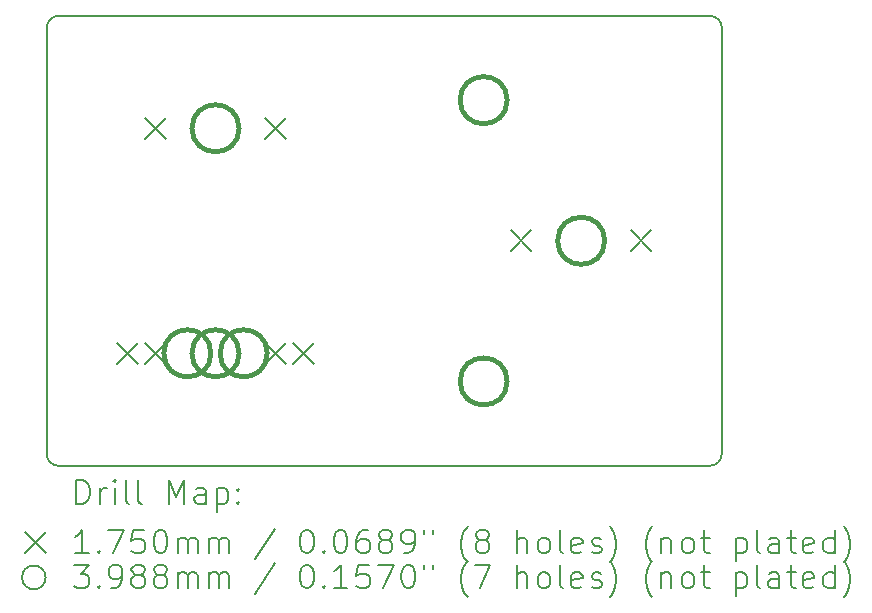
<source format=gbr>
%TF.GenerationSoftware,KiCad,Pcbnew,7.0.11*%
%TF.CreationDate,2024-05-21T13:22:28-04:00*%
%TF.ProjectId,ISOCHet,49534f43-4865-4742-9e6b-696361645f70,rev?*%
%TF.SameCoordinates,Original*%
%TF.FileFunction,Drillmap*%
%TF.FilePolarity,Positive*%
%FSLAX45Y45*%
G04 Gerber Fmt 4.5, Leading zero omitted, Abs format (unit mm)*
G04 Created by KiCad (PCBNEW 7.0.11) date 2024-05-21 13:22:28*
%MOMM*%
%LPD*%
G01*
G04 APERTURE LIST*
%ADD10C,0.200000*%
%ADD11C,0.175000*%
%ADD12C,0.398780*%
G04 APERTURE END LIST*
D10*
X13017500Y-7520000D02*
X13017500Y-3910000D01*
X13117500Y-3810000D02*
G75*
G03*
X13017500Y-3910000I0J-100000D01*
G01*
X13017500Y-7520000D02*
G75*
G03*
X13117500Y-7620000I100000J0D01*
G01*
X18732500Y-3910000D02*
X18732500Y-7520000D01*
X18632500Y-7620000D02*
X13117500Y-7620000D01*
X18632500Y-7620000D02*
G75*
G03*
X18732500Y-7520000I0J100000D01*
G01*
X13117500Y-3810000D02*
X18632500Y-3810000D01*
X18732500Y-3910000D02*
G75*
G03*
X18632500Y-3810000I-100000J0D01*
G01*
D11*
X13612625Y-6580000D02*
X13787625Y-6755000D01*
X13787625Y-6580000D02*
X13612625Y-6755000D01*
X13850750Y-4675000D02*
X14025750Y-4850000D01*
X14025750Y-4675000D02*
X13850750Y-4850000D01*
X13850750Y-6580000D02*
X14025750Y-6755000D01*
X14025750Y-6580000D02*
X13850750Y-6755000D01*
X14866750Y-4675000D02*
X15041750Y-4850000D01*
X15041750Y-4675000D02*
X14866750Y-4850000D01*
X14866750Y-6580000D02*
X15041750Y-6755000D01*
X15041750Y-6580000D02*
X14866750Y-6755000D01*
X15104875Y-6580000D02*
X15279875Y-6755000D01*
X15279875Y-6580000D02*
X15104875Y-6755000D01*
X16946375Y-5627500D02*
X17121375Y-5802500D01*
X17121375Y-5627500D02*
X16946375Y-5802500D01*
X17962375Y-5627500D02*
X18137375Y-5802500D01*
X18137375Y-5627500D02*
X17962375Y-5802500D01*
D12*
X14407515Y-6667500D02*
G75*
G03*
X14008735Y-6667500I-199390J0D01*
G01*
X14008735Y-6667500D02*
G75*
G03*
X14407515Y-6667500I199390J0D01*
G01*
X14645640Y-4762500D02*
G75*
G03*
X14246860Y-4762500I-199390J0D01*
G01*
X14246860Y-4762500D02*
G75*
G03*
X14645640Y-4762500I199390J0D01*
G01*
X14645640Y-6667500D02*
G75*
G03*
X14246860Y-6667500I-199390J0D01*
G01*
X14246860Y-6667500D02*
G75*
G03*
X14645640Y-6667500I199390J0D01*
G01*
X14883765Y-6667500D02*
G75*
G03*
X14484985Y-6667500I-199390J0D01*
G01*
X14484985Y-6667500D02*
G75*
G03*
X14883765Y-6667500I199390J0D01*
G01*
X16915765Y-4524375D02*
G75*
G03*
X16516985Y-4524375I-199390J0D01*
G01*
X16516985Y-4524375D02*
G75*
G03*
X16915765Y-4524375I199390J0D01*
G01*
X16915765Y-6905625D02*
G75*
G03*
X16516985Y-6905625I-199390J0D01*
G01*
X16516985Y-6905625D02*
G75*
G03*
X16915765Y-6905625I199390J0D01*
G01*
X17741265Y-5715000D02*
G75*
G03*
X17342485Y-5715000I-199390J0D01*
G01*
X17342485Y-5715000D02*
G75*
G03*
X17741265Y-5715000I199390J0D01*
G01*
D10*
X13268277Y-7941484D02*
X13268277Y-7741484D01*
X13268277Y-7741484D02*
X13315896Y-7741484D01*
X13315896Y-7741484D02*
X13344467Y-7751008D01*
X13344467Y-7751008D02*
X13363515Y-7770055D01*
X13363515Y-7770055D02*
X13373039Y-7789103D01*
X13373039Y-7789103D02*
X13382562Y-7827198D01*
X13382562Y-7827198D02*
X13382562Y-7855769D01*
X13382562Y-7855769D02*
X13373039Y-7893865D01*
X13373039Y-7893865D02*
X13363515Y-7912912D01*
X13363515Y-7912912D02*
X13344467Y-7931960D01*
X13344467Y-7931960D02*
X13315896Y-7941484D01*
X13315896Y-7941484D02*
X13268277Y-7941484D01*
X13468277Y-7941484D02*
X13468277Y-7808150D01*
X13468277Y-7846246D02*
X13477801Y-7827198D01*
X13477801Y-7827198D02*
X13487324Y-7817674D01*
X13487324Y-7817674D02*
X13506372Y-7808150D01*
X13506372Y-7808150D02*
X13525420Y-7808150D01*
X13592086Y-7941484D02*
X13592086Y-7808150D01*
X13592086Y-7741484D02*
X13582562Y-7751008D01*
X13582562Y-7751008D02*
X13592086Y-7760531D01*
X13592086Y-7760531D02*
X13601610Y-7751008D01*
X13601610Y-7751008D02*
X13592086Y-7741484D01*
X13592086Y-7741484D02*
X13592086Y-7760531D01*
X13715896Y-7941484D02*
X13696848Y-7931960D01*
X13696848Y-7931960D02*
X13687324Y-7912912D01*
X13687324Y-7912912D02*
X13687324Y-7741484D01*
X13820658Y-7941484D02*
X13801610Y-7931960D01*
X13801610Y-7931960D02*
X13792086Y-7912912D01*
X13792086Y-7912912D02*
X13792086Y-7741484D01*
X14049229Y-7941484D02*
X14049229Y-7741484D01*
X14049229Y-7741484D02*
X14115896Y-7884341D01*
X14115896Y-7884341D02*
X14182562Y-7741484D01*
X14182562Y-7741484D02*
X14182562Y-7941484D01*
X14363515Y-7941484D02*
X14363515Y-7836722D01*
X14363515Y-7836722D02*
X14353991Y-7817674D01*
X14353991Y-7817674D02*
X14334943Y-7808150D01*
X14334943Y-7808150D02*
X14296848Y-7808150D01*
X14296848Y-7808150D02*
X14277801Y-7817674D01*
X14363515Y-7931960D02*
X14344467Y-7941484D01*
X14344467Y-7941484D02*
X14296848Y-7941484D01*
X14296848Y-7941484D02*
X14277801Y-7931960D01*
X14277801Y-7931960D02*
X14268277Y-7912912D01*
X14268277Y-7912912D02*
X14268277Y-7893865D01*
X14268277Y-7893865D02*
X14277801Y-7874817D01*
X14277801Y-7874817D02*
X14296848Y-7865293D01*
X14296848Y-7865293D02*
X14344467Y-7865293D01*
X14344467Y-7865293D02*
X14363515Y-7855769D01*
X14458753Y-7808150D02*
X14458753Y-8008150D01*
X14458753Y-7817674D02*
X14477801Y-7808150D01*
X14477801Y-7808150D02*
X14515896Y-7808150D01*
X14515896Y-7808150D02*
X14534943Y-7817674D01*
X14534943Y-7817674D02*
X14544467Y-7827198D01*
X14544467Y-7827198D02*
X14553991Y-7846246D01*
X14553991Y-7846246D02*
X14553991Y-7903388D01*
X14553991Y-7903388D02*
X14544467Y-7922436D01*
X14544467Y-7922436D02*
X14534943Y-7931960D01*
X14534943Y-7931960D02*
X14515896Y-7941484D01*
X14515896Y-7941484D02*
X14477801Y-7941484D01*
X14477801Y-7941484D02*
X14458753Y-7931960D01*
X14639705Y-7922436D02*
X14649229Y-7931960D01*
X14649229Y-7931960D02*
X14639705Y-7941484D01*
X14639705Y-7941484D02*
X14630182Y-7931960D01*
X14630182Y-7931960D02*
X14639705Y-7922436D01*
X14639705Y-7922436D02*
X14639705Y-7941484D01*
X14639705Y-7817674D02*
X14649229Y-7827198D01*
X14649229Y-7827198D02*
X14639705Y-7836722D01*
X14639705Y-7836722D02*
X14630182Y-7827198D01*
X14630182Y-7827198D02*
X14639705Y-7817674D01*
X14639705Y-7817674D02*
X14639705Y-7836722D01*
D11*
X12832500Y-8182500D02*
X13007500Y-8357500D01*
X13007500Y-8182500D02*
X12832500Y-8357500D01*
D10*
X13373039Y-8361484D02*
X13258753Y-8361484D01*
X13315896Y-8361484D02*
X13315896Y-8161484D01*
X13315896Y-8161484D02*
X13296848Y-8190055D01*
X13296848Y-8190055D02*
X13277801Y-8209103D01*
X13277801Y-8209103D02*
X13258753Y-8218627D01*
X13458753Y-8342436D02*
X13468277Y-8351960D01*
X13468277Y-8351960D02*
X13458753Y-8361484D01*
X13458753Y-8361484D02*
X13449229Y-8351960D01*
X13449229Y-8351960D02*
X13458753Y-8342436D01*
X13458753Y-8342436D02*
X13458753Y-8361484D01*
X13534943Y-8161484D02*
X13668277Y-8161484D01*
X13668277Y-8161484D02*
X13582562Y-8361484D01*
X13839705Y-8161484D02*
X13744467Y-8161484D01*
X13744467Y-8161484D02*
X13734943Y-8256722D01*
X13734943Y-8256722D02*
X13744467Y-8247198D01*
X13744467Y-8247198D02*
X13763515Y-8237674D01*
X13763515Y-8237674D02*
X13811134Y-8237674D01*
X13811134Y-8237674D02*
X13830182Y-8247198D01*
X13830182Y-8247198D02*
X13839705Y-8256722D01*
X13839705Y-8256722D02*
X13849229Y-8275769D01*
X13849229Y-8275769D02*
X13849229Y-8323388D01*
X13849229Y-8323388D02*
X13839705Y-8342436D01*
X13839705Y-8342436D02*
X13830182Y-8351960D01*
X13830182Y-8351960D02*
X13811134Y-8361484D01*
X13811134Y-8361484D02*
X13763515Y-8361484D01*
X13763515Y-8361484D02*
X13744467Y-8351960D01*
X13744467Y-8351960D02*
X13734943Y-8342436D01*
X13973039Y-8161484D02*
X13992086Y-8161484D01*
X13992086Y-8161484D02*
X14011134Y-8171008D01*
X14011134Y-8171008D02*
X14020658Y-8180531D01*
X14020658Y-8180531D02*
X14030182Y-8199579D01*
X14030182Y-8199579D02*
X14039705Y-8237674D01*
X14039705Y-8237674D02*
X14039705Y-8285293D01*
X14039705Y-8285293D02*
X14030182Y-8323388D01*
X14030182Y-8323388D02*
X14020658Y-8342436D01*
X14020658Y-8342436D02*
X14011134Y-8351960D01*
X14011134Y-8351960D02*
X13992086Y-8361484D01*
X13992086Y-8361484D02*
X13973039Y-8361484D01*
X13973039Y-8361484D02*
X13953991Y-8351960D01*
X13953991Y-8351960D02*
X13944467Y-8342436D01*
X13944467Y-8342436D02*
X13934943Y-8323388D01*
X13934943Y-8323388D02*
X13925420Y-8285293D01*
X13925420Y-8285293D02*
X13925420Y-8237674D01*
X13925420Y-8237674D02*
X13934943Y-8199579D01*
X13934943Y-8199579D02*
X13944467Y-8180531D01*
X13944467Y-8180531D02*
X13953991Y-8171008D01*
X13953991Y-8171008D02*
X13973039Y-8161484D01*
X14125420Y-8361484D02*
X14125420Y-8228150D01*
X14125420Y-8247198D02*
X14134943Y-8237674D01*
X14134943Y-8237674D02*
X14153991Y-8228150D01*
X14153991Y-8228150D02*
X14182563Y-8228150D01*
X14182563Y-8228150D02*
X14201610Y-8237674D01*
X14201610Y-8237674D02*
X14211134Y-8256722D01*
X14211134Y-8256722D02*
X14211134Y-8361484D01*
X14211134Y-8256722D02*
X14220658Y-8237674D01*
X14220658Y-8237674D02*
X14239705Y-8228150D01*
X14239705Y-8228150D02*
X14268277Y-8228150D01*
X14268277Y-8228150D02*
X14287324Y-8237674D01*
X14287324Y-8237674D02*
X14296848Y-8256722D01*
X14296848Y-8256722D02*
X14296848Y-8361484D01*
X14392086Y-8361484D02*
X14392086Y-8228150D01*
X14392086Y-8247198D02*
X14401610Y-8237674D01*
X14401610Y-8237674D02*
X14420658Y-8228150D01*
X14420658Y-8228150D02*
X14449229Y-8228150D01*
X14449229Y-8228150D02*
X14468277Y-8237674D01*
X14468277Y-8237674D02*
X14477801Y-8256722D01*
X14477801Y-8256722D02*
X14477801Y-8361484D01*
X14477801Y-8256722D02*
X14487324Y-8237674D01*
X14487324Y-8237674D02*
X14506372Y-8228150D01*
X14506372Y-8228150D02*
X14534943Y-8228150D01*
X14534943Y-8228150D02*
X14553991Y-8237674D01*
X14553991Y-8237674D02*
X14563515Y-8256722D01*
X14563515Y-8256722D02*
X14563515Y-8361484D01*
X14953991Y-8151960D02*
X14782563Y-8409103D01*
X15211134Y-8161484D02*
X15230182Y-8161484D01*
X15230182Y-8161484D02*
X15249229Y-8171008D01*
X15249229Y-8171008D02*
X15258753Y-8180531D01*
X15258753Y-8180531D02*
X15268277Y-8199579D01*
X15268277Y-8199579D02*
X15277801Y-8237674D01*
X15277801Y-8237674D02*
X15277801Y-8285293D01*
X15277801Y-8285293D02*
X15268277Y-8323388D01*
X15268277Y-8323388D02*
X15258753Y-8342436D01*
X15258753Y-8342436D02*
X15249229Y-8351960D01*
X15249229Y-8351960D02*
X15230182Y-8361484D01*
X15230182Y-8361484D02*
X15211134Y-8361484D01*
X15211134Y-8361484D02*
X15192086Y-8351960D01*
X15192086Y-8351960D02*
X15182563Y-8342436D01*
X15182563Y-8342436D02*
X15173039Y-8323388D01*
X15173039Y-8323388D02*
X15163515Y-8285293D01*
X15163515Y-8285293D02*
X15163515Y-8237674D01*
X15163515Y-8237674D02*
X15173039Y-8199579D01*
X15173039Y-8199579D02*
X15182563Y-8180531D01*
X15182563Y-8180531D02*
X15192086Y-8171008D01*
X15192086Y-8171008D02*
X15211134Y-8161484D01*
X15363515Y-8342436D02*
X15373039Y-8351960D01*
X15373039Y-8351960D02*
X15363515Y-8361484D01*
X15363515Y-8361484D02*
X15353991Y-8351960D01*
X15353991Y-8351960D02*
X15363515Y-8342436D01*
X15363515Y-8342436D02*
X15363515Y-8361484D01*
X15496848Y-8161484D02*
X15515896Y-8161484D01*
X15515896Y-8161484D02*
X15534944Y-8171008D01*
X15534944Y-8171008D02*
X15544467Y-8180531D01*
X15544467Y-8180531D02*
X15553991Y-8199579D01*
X15553991Y-8199579D02*
X15563515Y-8237674D01*
X15563515Y-8237674D02*
X15563515Y-8285293D01*
X15563515Y-8285293D02*
X15553991Y-8323388D01*
X15553991Y-8323388D02*
X15544467Y-8342436D01*
X15544467Y-8342436D02*
X15534944Y-8351960D01*
X15534944Y-8351960D02*
X15515896Y-8361484D01*
X15515896Y-8361484D02*
X15496848Y-8361484D01*
X15496848Y-8361484D02*
X15477801Y-8351960D01*
X15477801Y-8351960D02*
X15468277Y-8342436D01*
X15468277Y-8342436D02*
X15458753Y-8323388D01*
X15458753Y-8323388D02*
X15449229Y-8285293D01*
X15449229Y-8285293D02*
X15449229Y-8237674D01*
X15449229Y-8237674D02*
X15458753Y-8199579D01*
X15458753Y-8199579D02*
X15468277Y-8180531D01*
X15468277Y-8180531D02*
X15477801Y-8171008D01*
X15477801Y-8171008D02*
X15496848Y-8161484D01*
X15734944Y-8161484D02*
X15696848Y-8161484D01*
X15696848Y-8161484D02*
X15677801Y-8171008D01*
X15677801Y-8171008D02*
X15668277Y-8180531D01*
X15668277Y-8180531D02*
X15649229Y-8209103D01*
X15649229Y-8209103D02*
X15639706Y-8247198D01*
X15639706Y-8247198D02*
X15639706Y-8323388D01*
X15639706Y-8323388D02*
X15649229Y-8342436D01*
X15649229Y-8342436D02*
X15658753Y-8351960D01*
X15658753Y-8351960D02*
X15677801Y-8361484D01*
X15677801Y-8361484D02*
X15715896Y-8361484D01*
X15715896Y-8361484D02*
X15734944Y-8351960D01*
X15734944Y-8351960D02*
X15744467Y-8342436D01*
X15744467Y-8342436D02*
X15753991Y-8323388D01*
X15753991Y-8323388D02*
X15753991Y-8275769D01*
X15753991Y-8275769D02*
X15744467Y-8256722D01*
X15744467Y-8256722D02*
X15734944Y-8247198D01*
X15734944Y-8247198D02*
X15715896Y-8237674D01*
X15715896Y-8237674D02*
X15677801Y-8237674D01*
X15677801Y-8237674D02*
X15658753Y-8247198D01*
X15658753Y-8247198D02*
X15649229Y-8256722D01*
X15649229Y-8256722D02*
X15639706Y-8275769D01*
X15868277Y-8247198D02*
X15849229Y-8237674D01*
X15849229Y-8237674D02*
X15839706Y-8228150D01*
X15839706Y-8228150D02*
X15830182Y-8209103D01*
X15830182Y-8209103D02*
X15830182Y-8199579D01*
X15830182Y-8199579D02*
X15839706Y-8180531D01*
X15839706Y-8180531D02*
X15849229Y-8171008D01*
X15849229Y-8171008D02*
X15868277Y-8161484D01*
X15868277Y-8161484D02*
X15906372Y-8161484D01*
X15906372Y-8161484D02*
X15925420Y-8171008D01*
X15925420Y-8171008D02*
X15934944Y-8180531D01*
X15934944Y-8180531D02*
X15944467Y-8199579D01*
X15944467Y-8199579D02*
X15944467Y-8209103D01*
X15944467Y-8209103D02*
X15934944Y-8228150D01*
X15934944Y-8228150D02*
X15925420Y-8237674D01*
X15925420Y-8237674D02*
X15906372Y-8247198D01*
X15906372Y-8247198D02*
X15868277Y-8247198D01*
X15868277Y-8247198D02*
X15849229Y-8256722D01*
X15849229Y-8256722D02*
X15839706Y-8266246D01*
X15839706Y-8266246D02*
X15830182Y-8285293D01*
X15830182Y-8285293D02*
X15830182Y-8323388D01*
X15830182Y-8323388D02*
X15839706Y-8342436D01*
X15839706Y-8342436D02*
X15849229Y-8351960D01*
X15849229Y-8351960D02*
X15868277Y-8361484D01*
X15868277Y-8361484D02*
X15906372Y-8361484D01*
X15906372Y-8361484D02*
X15925420Y-8351960D01*
X15925420Y-8351960D02*
X15934944Y-8342436D01*
X15934944Y-8342436D02*
X15944467Y-8323388D01*
X15944467Y-8323388D02*
X15944467Y-8285293D01*
X15944467Y-8285293D02*
X15934944Y-8266246D01*
X15934944Y-8266246D02*
X15925420Y-8256722D01*
X15925420Y-8256722D02*
X15906372Y-8247198D01*
X16039706Y-8361484D02*
X16077801Y-8361484D01*
X16077801Y-8361484D02*
X16096848Y-8351960D01*
X16096848Y-8351960D02*
X16106372Y-8342436D01*
X16106372Y-8342436D02*
X16125420Y-8313865D01*
X16125420Y-8313865D02*
X16134944Y-8275769D01*
X16134944Y-8275769D02*
X16134944Y-8199579D01*
X16134944Y-8199579D02*
X16125420Y-8180531D01*
X16125420Y-8180531D02*
X16115896Y-8171008D01*
X16115896Y-8171008D02*
X16096848Y-8161484D01*
X16096848Y-8161484D02*
X16058753Y-8161484D01*
X16058753Y-8161484D02*
X16039706Y-8171008D01*
X16039706Y-8171008D02*
X16030182Y-8180531D01*
X16030182Y-8180531D02*
X16020658Y-8199579D01*
X16020658Y-8199579D02*
X16020658Y-8247198D01*
X16020658Y-8247198D02*
X16030182Y-8266246D01*
X16030182Y-8266246D02*
X16039706Y-8275769D01*
X16039706Y-8275769D02*
X16058753Y-8285293D01*
X16058753Y-8285293D02*
X16096848Y-8285293D01*
X16096848Y-8285293D02*
X16115896Y-8275769D01*
X16115896Y-8275769D02*
X16125420Y-8266246D01*
X16125420Y-8266246D02*
X16134944Y-8247198D01*
X16211134Y-8161484D02*
X16211134Y-8199579D01*
X16287325Y-8161484D02*
X16287325Y-8199579D01*
X16582563Y-8437674D02*
X16573039Y-8428150D01*
X16573039Y-8428150D02*
X16553991Y-8399579D01*
X16553991Y-8399579D02*
X16544468Y-8380531D01*
X16544468Y-8380531D02*
X16534944Y-8351960D01*
X16534944Y-8351960D02*
X16525420Y-8304341D01*
X16525420Y-8304341D02*
X16525420Y-8266246D01*
X16525420Y-8266246D02*
X16534944Y-8218627D01*
X16534944Y-8218627D02*
X16544468Y-8190055D01*
X16544468Y-8190055D02*
X16553991Y-8171008D01*
X16553991Y-8171008D02*
X16573039Y-8142436D01*
X16573039Y-8142436D02*
X16582563Y-8132912D01*
X16687325Y-8247198D02*
X16668277Y-8237674D01*
X16668277Y-8237674D02*
X16658753Y-8228150D01*
X16658753Y-8228150D02*
X16649229Y-8209103D01*
X16649229Y-8209103D02*
X16649229Y-8199579D01*
X16649229Y-8199579D02*
X16658753Y-8180531D01*
X16658753Y-8180531D02*
X16668277Y-8171008D01*
X16668277Y-8171008D02*
X16687325Y-8161484D01*
X16687325Y-8161484D02*
X16725420Y-8161484D01*
X16725420Y-8161484D02*
X16744468Y-8171008D01*
X16744468Y-8171008D02*
X16753991Y-8180531D01*
X16753991Y-8180531D02*
X16763515Y-8199579D01*
X16763515Y-8199579D02*
X16763515Y-8209103D01*
X16763515Y-8209103D02*
X16753991Y-8228150D01*
X16753991Y-8228150D02*
X16744468Y-8237674D01*
X16744468Y-8237674D02*
X16725420Y-8247198D01*
X16725420Y-8247198D02*
X16687325Y-8247198D01*
X16687325Y-8247198D02*
X16668277Y-8256722D01*
X16668277Y-8256722D02*
X16658753Y-8266246D01*
X16658753Y-8266246D02*
X16649229Y-8285293D01*
X16649229Y-8285293D02*
X16649229Y-8323388D01*
X16649229Y-8323388D02*
X16658753Y-8342436D01*
X16658753Y-8342436D02*
X16668277Y-8351960D01*
X16668277Y-8351960D02*
X16687325Y-8361484D01*
X16687325Y-8361484D02*
X16725420Y-8361484D01*
X16725420Y-8361484D02*
X16744468Y-8351960D01*
X16744468Y-8351960D02*
X16753991Y-8342436D01*
X16753991Y-8342436D02*
X16763515Y-8323388D01*
X16763515Y-8323388D02*
X16763515Y-8285293D01*
X16763515Y-8285293D02*
X16753991Y-8266246D01*
X16753991Y-8266246D02*
X16744468Y-8256722D01*
X16744468Y-8256722D02*
X16725420Y-8247198D01*
X17001611Y-8361484D02*
X17001611Y-8161484D01*
X17087325Y-8361484D02*
X17087325Y-8256722D01*
X17087325Y-8256722D02*
X17077801Y-8237674D01*
X17077801Y-8237674D02*
X17058753Y-8228150D01*
X17058753Y-8228150D02*
X17030182Y-8228150D01*
X17030182Y-8228150D02*
X17011134Y-8237674D01*
X17011134Y-8237674D02*
X17001611Y-8247198D01*
X17211134Y-8361484D02*
X17192087Y-8351960D01*
X17192087Y-8351960D02*
X17182563Y-8342436D01*
X17182563Y-8342436D02*
X17173039Y-8323388D01*
X17173039Y-8323388D02*
X17173039Y-8266246D01*
X17173039Y-8266246D02*
X17182563Y-8247198D01*
X17182563Y-8247198D02*
X17192087Y-8237674D01*
X17192087Y-8237674D02*
X17211134Y-8228150D01*
X17211134Y-8228150D02*
X17239706Y-8228150D01*
X17239706Y-8228150D02*
X17258753Y-8237674D01*
X17258753Y-8237674D02*
X17268277Y-8247198D01*
X17268277Y-8247198D02*
X17277801Y-8266246D01*
X17277801Y-8266246D02*
X17277801Y-8323388D01*
X17277801Y-8323388D02*
X17268277Y-8342436D01*
X17268277Y-8342436D02*
X17258753Y-8351960D01*
X17258753Y-8351960D02*
X17239706Y-8361484D01*
X17239706Y-8361484D02*
X17211134Y-8361484D01*
X17392087Y-8361484D02*
X17373039Y-8351960D01*
X17373039Y-8351960D02*
X17363515Y-8332912D01*
X17363515Y-8332912D02*
X17363515Y-8161484D01*
X17544468Y-8351960D02*
X17525420Y-8361484D01*
X17525420Y-8361484D02*
X17487325Y-8361484D01*
X17487325Y-8361484D02*
X17468277Y-8351960D01*
X17468277Y-8351960D02*
X17458753Y-8332912D01*
X17458753Y-8332912D02*
X17458753Y-8256722D01*
X17458753Y-8256722D02*
X17468277Y-8237674D01*
X17468277Y-8237674D02*
X17487325Y-8228150D01*
X17487325Y-8228150D02*
X17525420Y-8228150D01*
X17525420Y-8228150D02*
X17544468Y-8237674D01*
X17544468Y-8237674D02*
X17553992Y-8256722D01*
X17553992Y-8256722D02*
X17553992Y-8275769D01*
X17553992Y-8275769D02*
X17458753Y-8294817D01*
X17630182Y-8351960D02*
X17649230Y-8361484D01*
X17649230Y-8361484D02*
X17687325Y-8361484D01*
X17687325Y-8361484D02*
X17706373Y-8351960D01*
X17706373Y-8351960D02*
X17715896Y-8332912D01*
X17715896Y-8332912D02*
X17715896Y-8323388D01*
X17715896Y-8323388D02*
X17706373Y-8304341D01*
X17706373Y-8304341D02*
X17687325Y-8294817D01*
X17687325Y-8294817D02*
X17658753Y-8294817D01*
X17658753Y-8294817D02*
X17639706Y-8285293D01*
X17639706Y-8285293D02*
X17630182Y-8266246D01*
X17630182Y-8266246D02*
X17630182Y-8256722D01*
X17630182Y-8256722D02*
X17639706Y-8237674D01*
X17639706Y-8237674D02*
X17658753Y-8228150D01*
X17658753Y-8228150D02*
X17687325Y-8228150D01*
X17687325Y-8228150D02*
X17706373Y-8237674D01*
X17782563Y-8437674D02*
X17792087Y-8428150D01*
X17792087Y-8428150D02*
X17811134Y-8399579D01*
X17811134Y-8399579D02*
X17820658Y-8380531D01*
X17820658Y-8380531D02*
X17830182Y-8351960D01*
X17830182Y-8351960D02*
X17839706Y-8304341D01*
X17839706Y-8304341D02*
X17839706Y-8266246D01*
X17839706Y-8266246D02*
X17830182Y-8218627D01*
X17830182Y-8218627D02*
X17820658Y-8190055D01*
X17820658Y-8190055D02*
X17811134Y-8171008D01*
X17811134Y-8171008D02*
X17792087Y-8142436D01*
X17792087Y-8142436D02*
X17782563Y-8132912D01*
X18144468Y-8437674D02*
X18134944Y-8428150D01*
X18134944Y-8428150D02*
X18115896Y-8399579D01*
X18115896Y-8399579D02*
X18106373Y-8380531D01*
X18106373Y-8380531D02*
X18096849Y-8351960D01*
X18096849Y-8351960D02*
X18087325Y-8304341D01*
X18087325Y-8304341D02*
X18087325Y-8266246D01*
X18087325Y-8266246D02*
X18096849Y-8218627D01*
X18096849Y-8218627D02*
X18106373Y-8190055D01*
X18106373Y-8190055D02*
X18115896Y-8171008D01*
X18115896Y-8171008D02*
X18134944Y-8142436D01*
X18134944Y-8142436D02*
X18144468Y-8132912D01*
X18220658Y-8228150D02*
X18220658Y-8361484D01*
X18220658Y-8247198D02*
X18230182Y-8237674D01*
X18230182Y-8237674D02*
X18249230Y-8228150D01*
X18249230Y-8228150D02*
X18277801Y-8228150D01*
X18277801Y-8228150D02*
X18296849Y-8237674D01*
X18296849Y-8237674D02*
X18306373Y-8256722D01*
X18306373Y-8256722D02*
X18306373Y-8361484D01*
X18430182Y-8361484D02*
X18411134Y-8351960D01*
X18411134Y-8351960D02*
X18401611Y-8342436D01*
X18401611Y-8342436D02*
X18392087Y-8323388D01*
X18392087Y-8323388D02*
X18392087Y-8266246D01*
X18392087Y-8266246D02*
X18401611Y-8247198D01*
X18401611Y-8247198D02*
X18411134Y-8237674D01*
X18411134Y-8237674D02*
X18430182Y-8228150D01*
X18430182Y-8228150D02*
X18458754Y-8228150D01*
X18458754Y-8228150D02*
X18477801Y-8237674D01*
X18477801Y-8237674D02*
X18487325Y-8247198D01*
X18487325Y-8247198D02*
X18496849Y-8266246D01*
X18496849Y-8266246D02*
X18496849Y-8323388D01*
X18496849Y-8323388D02*
X18487325Y-8342436D01*
X18487325Y-8342436D02*
X18477801Y-8351960D01*
X18477801Y-8351960D02*
X18458754Y-8361484D01*
X18458754Y-8361484D02*
X18430182Y-8361484D01*
X18553992Y-8228150D02*
X18630182Y-8228150D01*
X18582563Y-8161484D02*
X18582563Y-8332912D01*
X18582563Y-8332912D02*
X18592087Y-8351960D01*
X18592087Y-8351960D02*
X18611134Y-8361484D01*
X18611134Y-8361484D02*
X18630182Y-8361484D01*
X18849230Y-8228150D02*
X18849230Y-8428150D01*
X18849230Y-8237674D02*
X18868277Y-8228150D01*
X18868277Y-8228150D02*
X18906373Y-8228150D01*
X18906373Y-8228150D02*
X18925420Y-8237674D01*
X18925420Y-8237674D02*
X18934944Y-8247198D01*
X18934944Y-8247198D02*
X18944468Y-8266246D01*
X18944468Y-8266246D02*
X18944468Y-8323388D01*
X18944468Y-8323388D02*
X18934944Y-8342436D01*
X18934944Y-8342436D02*
X18925420Y-8351960D01*
X18925420Y-8351960D02*
X18906373Y-8361484D01*
X18906373Y-8361484D02*
X18868277Y-8361484D01*
X18868277Y-8361484D02*
X18849230Y-8351960D01*
X19058754Y-8361484D02*
X19039706Y-8351960D01*
X19039706Y-8351960D02*
X19030182Y-8332912D01*
X19030182Y-8332912D02*
X19030182Y-8161484D01*
X19220658Y-8361484D02*
X19220658Y-8256722D01*
X19220658Y-8256722D02*
X19211135Y-8237674D01*
X19211135Y-8237674D02*
X19192087Y-8228150D01*
X19192087Y-8228150D02*
X19153992Y-8228150D01*
X19153992Y-8228150D02*
X19134944Y-8237674D01*
X19220658Y-8351960D02*
X19201611Y-8361484D01*
X19201611Y-8361484D02*
X19153992Y-8361484D01*
X19153992Y-8361484D02*
X19134944Y-8351960D01*
X19134944Y-8351960D02*
X19125420Y-8332912D01*
X19125420Y-8332912D02*
X19125420Y-8313865D01*
X19125420Y-8313865D02*
X19134944Y-8294817D01*
X19134944Y-8294817D02*
X19153992Y-8285293D01*
X19153992Y-8285293D02*
X19201611Y-8285293D01*
X19201611Y-8285293D02*
X19220658Y-8275769D01*
X19287325Y-8228150D02*
X19363515Y-8228150D01*
X19315896Y-8161484D02*
X19315896Y-8332912D01*
X19315896Y-8332912D02*
X19325420Y-8351960D01*
X19325420Y-8351960D02*
X19344468Y-8361484D01*
X19344468Y-8361484D02*
X19363515Y-8361484D01*
X19506373Y-8351960D02*
X19487325Y-8361484D01*
X19487325Y-8361484D02*
X19449230Y-8361484D01*
X19449230Y-8361484D02*
X19430182Y-8351960D01*
X19430182Y-8351960D02*
X19420658Y-8332912D01*
X19420658Y-8332912D02*
X19420658Y-8256722D01*
X19420658Y-8256722D02*
X19430182Y-8237674D01*
X19430182Y-8237674D02*
X19449230Y-8228150D01*
X19449230Y-8228150D02*
X19487325Y-8228150D01*
X19487325Y-8228150D02*
X19506373Y-8237674D01*
X19506373Y-8237674D02*
X19515896Y-8256722D01*
X19515896Y-8256722D02*
X19515896Y-8275769D01*
X19515896Y-8275769D02*
X19420658Y-8294817D01*
X19687325Y-8361484D02*
X19687325Y-8161484D01*
X19687325Y-8351960D02*
X19668277Y-8361484D01*
X19668277Y-8361484D02*
X19630182Y-8361484D01*
X19630182Y-8361484D02*
X19611135Y-8351960D01*
X19611135Y-8351960D02*
X19601611Y-8342436D01*
X19601611Y-8342436D02*
X19592087Y-8323388D01*
X19592087Y-8323388D02*
X19592087Y-8266246D01*
X19592087Y-8266246D02*
X19601611Y-8247198D01*
X19601611Y-8247198D02*
X19611135Y-8237674D01*
X19611135Y-8237674D02*
X19630182Y-8228150D01*
X19630182Y-8228150D02*
X19668277Y-8228150D01*
X19668277Y-8228150D02*
X19687325Y-8237674D01*
X19763516Y-8437674D02*
X19773039Y-8428150D01*
X19773039Y-8428150D02*
X19792087Y-8399579D01*
X19792087Y-8399579D02*
X19801611Y-8380531D01*
X19801611Y-8380531D02*
X19811135Y-8351960D01*
X19811135Y-8351960D02*
X19820658Y-8304341D01*
X19820658Y-8304341D02*
X19820658Y-8266246D01*
X19820658Y-8266246D02*
X19811135Y-8218627D01*
X19811135Y-8218627D02*
X19801611Y-8190055D01*
X19801611Y-8190055D02*
X19792087Y-8171008D01*
X19792087Y-8171008D02*
X19773039Y-8142436D01*
X19773039Y-8142436D02*
X19763516Y-8132912D01*
X13007500Y-8565000D02*
G75*
G03*
X12807500Y-8565000I-100000J0D01*
G01*
X12807500Y-8565000D02*
G75*
G03*
X13007500Y-8565000I100000J0D01*
G01*
X13249229Y-8456484D02*
X13373039Y-8456484D01*
X13373039Y-8456484D02*
X13306372Y-8532674D01*
X13306372Y-8532674D02*
X13334943Y-8532674D01*
X13334943Y-8532674D02*
X13353991Y-8542198D01*
X13353991Y-8542198D02*
X13363515Y-8551722D01*
X13363515Y-8551722D02*
X13373039Y-8570770D01*
X13373039Y-8570770D02*
X13373039Y-8618389D01*
X13373039Y-8618389D02*
X13363515Y-8637436D01*
X13363515Y-8637436D02*
X13353991Y-8646960D01*
X13353991Y-8646960D02*
X13334943Y-8656484D01*
X13334943Y-8656484D02*
X13277801Y-8656484D01*
X13277801Y-8656484D02*
X13258753Y-8646960D01*
X13258753Y-8646960D02*
X13249229Y-8637436D01*
X13458753Y-8637436D02*
X13468277Y-8646960D01*
X13468277Y-8646960D02*
X13458753Y-8656484D01*
X13458753Y-8656484D02*
X13449229Y-8646960D01*
X13449229Y-8646960D02*
X13458753Y-8637436D01*
X13458753Y-8637436D02*
X13458753Y-8656484D01*
X13563515Y-8656484D02*
X13601610Y-8656484D01*
X13601610Y-8656484D02*
X13620658Y-8646960D01*
X13620658Y-8646960D02*
X13630182Y-8637436D01*
X13630182Y-8637436D02*
X13649229Y-8608865D01*
X13649229Y-8608865D02*
X13658753Y-8570770D01*
X13658753Y-8570770D02*
X13658753Y-8494579D01*
X13658753Y-8494579D02*
X13649229Y-8475531D01*
X13649229Y-8475531D02*
X13639705Y-8466008D01*
X13639705Y-8466008D02*
X13620658Y-8456484D01*
X13620658Y-8456484D02*
X13582562Y-8456484D01*
X13582562Y-8456484D02*
X13563515Y-8466008D01*
X13563515Y-8466008D02*
X13553991Y-8475531D01*
X13553991Y-8475531D02*
X13544467Y-8494579D01*
X13544467Y-8494579D02*
X13544467Y-8542198D01*
X13544467Y-8542198D02*
X13553991Y-8561246D01*
X13553991Y-8561246D02*
X13563515Y-8570770D01*
X13563515Y-8570770D02*
X13582562Y-8580293D01*
X13582562Y-8580293D02*
X13620658Y-8580293D01*
X13620658Y-8580293D02*
X13639705Y-8570770D01*
X13639705Y-8570770D02*
X13649229Y-8561246D01*
X13649229Y-8561246D02*
X13658753Y-8542198D01*
X13773039Y-8542198D02*
X13753991Y-8532674D01*
X13753991Y-8532674D02*
X13744467Y-8523150D01*
X13744467Y-8523150D02*
X13734943Y-8504103D01*
X13734943Y-8504103D02*
X13734943Y-8494579D01*
X13734943Y-8494579D02*
X13744467Y-8475531D01*
X13744467Y-8475531D02*
X13753991Y-8466008D01*
X13753991Y-8466008D02*
X13773039Y-8456484D01*
X13773039Y-8456484D02*
X13811134Y-8456484D01*
X13811134Y-8456484D02*
X13830182Y-8466008D01*
X13830182Y-8466008D02*
X13839705Y-8475531D01*
X13839705Y-8475531D02*
X13849229Y-8494579D01*
X13849229Y-8494579D02*
X13849229Y-8504103D01*
X13849229Y-8504103D02*
X13839705Y-8523150D01*
X13839705Y-8523150D02*
X13830182Y-8532674D01*
X13830182Y-8532674D02*
X13811134Y-8542198D01*
X13811134Y-8542198D02*
X13773039Y-8542198D01*
X13773039Y-8542198D02*
X13753991Y-8551722D01*
X13753991Y-8551722D02*
X13744467Y-8561246D01*
X13744467Y-8561246D02*
X13734943Y-8580293D01*
X13734943Y-8580293D02*
X13734943Y-8618389D01*
X13734943Y-8618389D02*
X13744467Y-8637436D01*
X13744467Y-8637436D02*
X13753991Y-8646960D01*
X13753991Y-8646960D02*
X13773039Y-8656484D01*
X13773039Y-8656484D02*
X13811134Y-8656484D01*
X13811134Y-8656484D02*
X13830182Y-8646960D01*
X13830182Y-8646960D02*
X13839705Y-8637436D01*
X13839705Y-8637436D02*
X13849229Y-8618389D01*
X13849229Y-8618389D02*
X13849229Y-8580293D01*
X13849229Y-8580293D02*
X13839705Y-8561246D01*
X13839705Y-8561246D02*
X13830182Y-8551722D01*
X13830182Y-8551722D02*
X13811134Y-8542198D01*
X13963515Y-8542198D02*
X13944467Y-8532674D01*
X13944467Y-8532674D02*
X13934943Y-8523150D01*
X13934943Y-8523150D02*
X13925420Y-8504103D01*
X13925420Y-8504103D02*
X13925420Y-8494579D01*
X13925420Y-8494579D02*
X13934943Y-8475531D01*
X13934943Y-8475531D02*
X13944467Y-8466008D01*
X13944467Y-8466008D02*
X13963515Y-8456484D01*
X13963515Y-8456484D02*
X14001610Y-8456484D01*
X14001610Y-8456484D02*
X14020658Y-8466008D01*
X14020658Y-8466008D02*
X14030182Y-8475531D01*
X14030182Y-8475531D02*
X14039705Y-8494579D01*
X14039705Y-8494579D02*
X14039705Y-8504103D01*
X14039705Y-8504103D02*
X14030182Y-8523150D01*
X14030182Y-8523150D02*
X14020658Y-8532674D01*
X14020658Y-8532674D02*
X14001610Y-8542198D01*
X14001610Y-8542198D02*
X13963515Y-8542198D01*
X13963515Y-8542198D02*
X13944467Y-8551722D01*
X13944467Y-8551722D02*
X13934943Y-8561246D01*
X13934943Y-8561246D02*
X13925420Y-8580293D01*
X13925420Y-8580293D02*
X13925420Y-8618389D01*
X13925420Y-8618389D02*
X13934943Y-8637436D01*
X13934943Y-8637436D02*
X13944467Y-8646960D01*
X13944467Y-8646960D02*
X13963515Y-8656484D01*
X13963515Y-8656484D02*
X14001610Y-8656484D01*
X14001610Y-8656484D02*
X14020658Y-8646960D01*
X14020658Y-8646960D02*
X14030182Y-8637436D01*
X14030182Y-8637436D02*
X14039705Y-8618389D01*
X14039705Y-8618389D02*
X14039705Y-8580293D01*
X14039705Y-8580293D02*
X14030182Y-8561246D01*
X14030182Y-8561246D02*
X14020658Y-8551722D01*
X14020658Y-8551722D02*
X14001610Y-8542198D01*
X14125420Y-8656484D02*
X14125420Y-8523150D01*
X14125420Y-8542198D02*
X14134943Y-8532674D01*
X14134943Y-8532674D02*
X14153991Y-8523150D01*
X14153991Y-8523150D02*
X14182563Y-8523150D01*
X14182563Y-8523150D02*
X14201610Y-8532674D01*
X14201610Y-8532674D02*
X14211134Y-8551722D01*
X14211134Y-8551722D02*
X14211134Y-8656484D01*
X14211134Y-8551722D02*
X14220658Y-8532674D01*
X14220658Y-8532674D02*
X14239705Y-8523150D01*
X14239705Y-8523150D02*
X14268277Y-8523150D01*
X14268277Y-8523150D02*
X14287324Y-8532674D01*
X14287324Y-8532674D02*
X14296848Y-8551722D01*
X14296848Y-8551722D02*
X14296848Y-8656484D01*
X14392086Y-8656484D02*
X14392086Y-8523150D01*
X14392086Y-8542198D02*
X14401610Y-8532674D01*
X14401610Y-8532674D02*
X14420658Y-8523150D01*
X14420658Y-8523150D02*
X14449229Y-8523150D01*
X14449229Y-8523150D02*
X14468277Y-8532674D01*
X14468277Y-8532674D02*
X14477801Y-8551722D01*
X14477801Y-8551722D02*
X14477801Y-8656484D01*
X14477801Y-8551722D02*
X14487324Y-8532674D01*
X14487324Y-8532674D02*
X14506372Y-8523150D01*
X14506372Y-8523150D02*
X14534943Y-8523150D01*
X14534943Y-8523150D02*
X14553991Y-8532674D01*
X14553991Y-8532674D02*
X14563515Y-8551722D01*
X14563515Y-8551722D02*
X14563515Y-8656484D01*
X14953991Y-8446960D02*
X14782563Y-8704103D01*
X15211134Y-8456484D02*
X15230182Y-8456484D01*
X15230182Y-8456484D02*
X15249229Y-8466008D01*
X15249229Y-8466008D02*
X15258753Y-8475531D01*
X15258753Y-8475531D02*
X15268277Y-8494579D01*
X15268277Y-8494579D02*
X15277801Y-8532674D01*
X15277801Y-8532674D02*
X15277801Y-8580293D01*
X15277801Y-8580293D02*
X15268277Y-8618389D01*
X15268277Y-8618389D02*
X15258753Y-8637436D01*
X15258753Y-8637436D02*
X15249229Y-8646960D01*
X15249229Y-8646960D02*
X15230182Y-8656484D01*
X15230182Y-8656484D02*
X15211134Y-8656484D01*
X15211134Y-8656484D02*
X15192086Y-8646960D01*
X15192086Y-8646960D02*
X15182563Y-8637436D01*
X15182563Y-8637436D02*
X15173039Y-8618389D01*
X15173039Y-8618389D02*
X15163515Y-8580293D01*
X15163515Y-8580293D02*
X15163515Y-8532674D01*
X15163515Y-8532674D02*
X15173039Y-8494579D01*
X15173039Y-8494579D02*
X15182563Y-8475531D01*
X15182563Y-8475531D02*
X15192086Y-8466008D01*
X15192086Y-8466008D02*
X15211134Y-8456484D01*
X15363515Y-8637436D02*
X15373039Y-8646960D01*
X15373039Y-8646960D02*
X15363515Y-8656484D01*
X15363515Y-8656484D02*
X15353991Y-8646960D01*
X15353991Y-8646960D02*
X15363515Y-8637436D01*
X15363515Y-8637436D02*
X15363515Y-8656484D01*
X15563515Y-8656484D02*
X15449229Y-8656484D01*
X15506372Y-8656484D02*
X15506372Y-8456484D01*
X15506372Y-8456484D02*
X15487325Y-8485055D01*
X15487325Y-8485055D02*
X15468277Y-8504103D01*
X15468277Y-8504103D02*
X15449229Y-8513627D01*
X15744467Y-8456484D02*
X15649229Y-8456484D01*
X15649229Y-8456484D02*
X15639706Y-8551722D01*
X15639706Y-8551722D02*
X15649229Y-8542198D01*
X15649229Y-8542198D02*
X15668277Y-8532674D01*
X15668277Y-8532674D02*
X15715896Y-8532674D01*
X15715896Y-8532674D02*
X15734944Y-8542198D01*
X15734944Y-8542198D02*
X15744467Y-8551722D01*
X15744467Y-8551722D02*
X15753991Y-8570770D01*
X15753991Y-8570770D02*
X15753991Y-8618389D01*
X15753991Y-8618389D02*
X15744467Y-8637436D01*
X15744467Y-8637436D02*
X15734944Y-8646960D01*
X15734944Y-8646960D02*
X15715896Y-8656484D01*
X15715896Y-8656484D02*
X15668277Y-8656484D01*
X15668277Y-8656484D02*
X15649229Y-8646960D01*
X15649229Y-8646960D02*
X15639706Y-8637436D01*
X15820658Y-8456484D02*
X15953991Y-8456484D01*
X15953991Y-8456484D02*
X15868277Y-8656484D01*
X16068277Y-8456484D02*
X16087325Y-8456484D01*
X16087325Y-8456484D02*
X16106372Y-8466008D01*
X16106372Y-8466008D02*
X16115896Y-8475531D01*
X16115896Y-8475531D02*
X16125420Y-8494579D01*
X16125420Y-8494579D02*
X16134944Y-8532674D01*
X16134944Y-8532674D02*
X16134944Y-8580293D01*
X16134944Y-8580293D02*
X16125420Y-8618389D01*
X16125420Y-8618389D02*
X16115896Y-8637436D01*
X16115896Y-8637436D02*
X16106372Y-8646960D01*
X16106372Y-8646960D02*
X16087325Y-8656484D01*
X16087325Y-8656484D02*
X16068277Y-8656484D01*
X16068277Y-8656484D02*
X16049229Y-8646960D01*
X16049229Y-8646960D02*
X16039706Y-8637436D01*
X16039706Y-8637436D02*
X16030182Y-8618389D01*
X16030182Y-8618389D02*
X16020658Y-8580293D01*
X16020658Y-8580293D02*
X16020658Y-8532674D01*
X16020658Y-8532674D02*
X16030182Y-8494579D01*
X16030182Y-8494579D02*
X16039706Y-8475531D01*
X16039706Y-8475531D02*
X16049229Y-8466008D01*
X16049229Y-8466008D02*
X16068277Y-8456484D01*
X16211134Y-8456484D02*
X16211134Y-8494579D01*
X16287325Y-8456484D02*
X16287325Y-8494579D01*
X16582563Y-8732674D02*
X16573039Y-8723150D01*
X16573039Y-8723150D02*
X16553991Y-8694579D01*
X16553991Y-8694579D02*
X16544468Y-8675531D01*
X16544468Y-8675531D02*
X16534944Y-8646960D01*
X16534944Y-8646960D02*
X16525420Y-8599341D01*
X16525420Y-8599341D02*
X16525420Y-8561246D01*
X16525420Y-8561246D02*
X16534944Y-8513627D01*
X16534944Y-8513627D02*
X16544468Y-8485055D01*
X16544468Y-8485055D02*
X16553991Y-8466008D01*
X16553991Y-8466008D02*
X16573039Y-8437436D01*
X16573039Y-8437436D02*
X16582563Y-8427912D01*
X16639706Y-8456484D02*
X16773039Y-8456484D01*
X16773039Y-8456484D02*
X16687325Y-8656484D01*
X17001611Y-8656484D02*
X17001611Y-8456484D01*
X17087325Y-8656484D02*
X17087325Y-8551722D01*
X17087325Y-8551722D02*
X17077801Y-8532674D01*
X17077801Y-8532674D02*
X17058753Y-8523150D01*
X17058753Y-8523150D02*
X17030182Y-8523150D01*
X17030182Y-8523150D02*
X17011134Y-8532674D01*
X17011134Y-8532674D02*
X17001611Y-8542198D01*
X17211134Y-8656484D02*
X17192087Y-8646960D01*
X17192087Y-8646960D02*
X17182563Y-8637436D01*
X17182563Y-8637436D02*
X17173039Y-8618389D01*
X17173039Y-8618389D02*
X17173039Y-8561246D01*
X17173039Y-8561246D02*
X17182563Y-8542198D01*
X17182563Y-8542198D02*
X17192087Y-8532674D01*
X17192087Y-8532674D02*
X17211134Y-8523150D01*
X17211134Y-8523150D02*
X17239706Y-8523150D01*
X17239706Y-8523150D02*
X17258753Y-8532674D01*
X17258753Y-8532674D02*
X17268277Y-8542198D01*
X17268277Y-8542198D02*
X17277801Y-8561246D01*
X17277801Y-8561246D02*
X17277801Y-8618389D01*
X17277801Y-8618389D02*
X17268277Y-8637436D01*
X17268277Y-8637436D02*
X17258753Y-8646960D01*
X17258753Y-8646960D02*
X17239706Y-8656484D01*
X17239706Y-8656484D02*
X17211134Y-8656484D01*
X17392087Y-8656484D02*
X17373039Y-8646960D01*
X17373039Y-8646960D02*
X17363515Y-8627912D01*
X17363515Y-8627912D02*
X17363515Y-8456484D01*
X17544468Y-8646960D02*
X17525420Y-8656484D01*
X17525420Y-8656484D02*
X17487325Y-8656484D01*
X17487325Y-8656484D02*
X17468277Y-8646960D01*
X17468277Y-8646960D02*
X17458753Y-8627912D01*
X17458753Y-8627912D02*
X17458753Y-8551722D01*
X17458753Y-8551722D02*
X17468277Y-8532674D01*
X17468277Y-8532674D02*
X17487325Y-8523150D01*
X17487325Y-8523150D02*
X17525420Y-8523150D01*
X17525420Y-8523150D02*
X17544468Y-8532674D01*
X17544468Y-8532674D02*
X17553992Y-8551722D01*
X17553992Y-8551722D02*
X17553992Y-8570770D01*
X17553992Y-8570770D02*
X17458753Y-8589817D01*
X17630182Y-8646960D02*
X17649230Y-8656484D01*
X17649230Y-8656484D02*
X17687325Y-8656484D01*
X17687325Y-8656484D02*
X17706373Y-8646960D01*
X17706373Y-8646960D02*
X17715896Y-8627912D01*
X17715896Y-8627912D02*
X17715896Y-8618389D01*
X17715896Y-8618389D02*
X17706373Y-8599341D01*
X17706373Y-8599341D02*
X17687325Y-8589817D01*
X17687325Y-8589817D02*
X17658753Y-8589817D01*
X17658753Y-8589817D02*
X17639706Y-8580293D01*
X17639706Y-8580293D02*
X17630182Y-8561246D01*
X17630182Y-8561246D02*
X17630182Y-8551722D01*
X17630182Y-8551722D02*
X17639706Y-8532674D01*
X17639706Y-8532674D02*
X17658753Y-8523150D01*
X17658753Y-8523150D02*
X17687325Y-8523150D01*
X17687325Y-8523150D02*
X17706373Y-8532674D01*
X17782563Y-8732674D02*
X17792087Y-8723150D01*
X17792087Y-8723150D02*
X17811134Y-8694579D01*
X17811134Y-8694579D02*
X17820658Y-8675531D01*
X17820658Y-8675531D02*
X17830182Y-8646960D01*
X17830182Y-8646960D02*
X17839706Y-8599341D01*
X17839706Y-8599341D02*
X17839706Y-8561246D01*
X17839706Y-8561246D02*
X17830182Y-8513627D01*
X17830182Y-8513627D02*
X17820658Y-8485055D01*
X17820658Y-8485055D02*
X17811134Y-8466008D01*
X17811134Y-8466008D02*
X17792087Y-8437436D01*
X17792087Y-8437436D02*
X17782563Y-8427912D01*
X18144468Y-8732674D02*
X18134944Y-8723150D01*
X18134944Y-8723150D02*
X18115896Y-8694579D01*
X18115896Y-8694579D02*
X18106373Y-8675531D01*
X18106373Y-8675531D02*
X18096849Y-8646960D01*
X18096849Y-8646960D02*
X18087325Y-8599341D01*
X18087325Y-8599341D02*
X18087325Y-8561246D01*
X18087325Y-8561246D02*
X18096849Y-8513627D01*
X18096849Y-8513627D02*
X18106373Y-8485055D01*
X18106373Y-8485055D02*
X18115896Y-8466008D01*
X18115896Y-8466008D02*
X18134944Y-8437436D01*
X18134944Y-8437436D02*
X18144468Y-8427912D01*
X18220658Y-8523150D02*
X18220658Y-8656484D01*
X18220658Y-8542198D02*
X18230182Y-8532674D01*
X18230182Y-8532674D02*
X18249230Y-8523150D01*
X18249230Y-8523150D02*
X18277801Y-8523150D01*
X18277801Y-8523150D02*
X18296849Y-8532674D01*
X18296849Y-8532674D02*
X18306373Y-8551722D01*
X18306373Y-8551722D02*
X18306373Y-8656484D01*
X18430182Y-8656484D02*
X18411134Y-8646960D01*
X18411134Y-8646960D02*
X18401611Y-8637436D01*
X18401611Y-8637436D02*
X18392087Y-8618389D01*
X18392087Y-8618389D02*
X18392087Y-8561246D01*
X18392087Y-8561246D02*
X18401611Y-8542198D01*
X18401611Y-8542198D02*
X18411134Y-8532674D01*
X18411134Y-8532674D02*
X18430182Y-8523150D01*
X18430182Y-8523150D02*
X18458754Y-8523150D01*
X18458754Y-8523150D02*
X18477801Y-8532674D01*
X18477801Y-8532674D02*
X18487325Y-8542198D01*
X18487325Y-8542198D02*
X18496849Y-8561246D01*
X18496849Y-8561246D02*
X18496849Y-8618389D01*
X18496849Y-8618389D02*
X18487325Y-8637436D01*
X18487325Y-8637436D02*
X18477801Y-8646960D01*
X18477801Y-8646960D02*
X18458754Y-8656484D01*
X18458754Y-8656484D02*
X18430182Y-8656484D01*
X18553992Y-8523150D02*
X18630182Y-8523150D01*
X18582563Y-8456484D02*
X18582563Y-8627912D01*
X18582563Y-8627912D02*
X18592087Y-8646960D01*
X18592087Y-8646960D02*
X18611134Y-8656484D01*
X18611134Y-8656484D02*
X18630182Y-8656484D01*
X18849230Y-8523150D02*
X18849230Y-8723150D01*
X18849230Y-8532674D02*
X18868277Y-8523150D01*
X18868277Y-8523150D02*
X18906373Y-8523150D01*
X18906373Y-8523150D02*
X18925420Y-8532674D01*
X18925420Y-8532674D02*
X18934944Y-8542198D01*
X18934944Y-8542198D02*
X18944468Y-8561246D01*
X18944468Y-8561246D02*
X18944468Y-8618389D01*
X18944468Y-8618389D02*
X18934944Y-8637436D01*
X18934944Y-8637436D02*
X18925420Y-8646960D01*
X18925420Y-8646960D02*
X18906373Y-8656484D01*
X18906373Y-8656484D02*
X18868277Y-8656484D01*
X18868277Y-8656484D02*
X18849230Y-8646960D01*
X19058754Y-8656484D02*
X19039706Y-8646960D01*
X19039706Y-8646960D02*
X19030182Y-8627912D01*
X19030182Y-8627912D02*
X19030182Y-8456484D01*
X19220658Y-8656484D02*
X19220658Y-8551722D01*
X19220658Y-8551722D02*
X19211135Y-8532674D01*
X19211135Y-8532674D02*
X19192087Y-8523150D01*
X19192087Y-8523150D02*
X19153992Y-8523150D01*
X19153992Y-8523150D02*
X19134944Y-8532674D01*
X19220658Y-8646960D02*
X19201611Y-8656484D01*
X19201611Y-8656484D02*
X19153992Y-8656484D01*
X19153992Y-8656484D02*
X19134944Y-8646960D01*
X19134944Y-8646960D02*
X19125420Y-8627912D01*
X19125420Y-8627912D02*
X19125420Y-8608865D01*
X19125420Y-8608865D02*
X19134944Y-8589817D01*
X19134944Y-8589817D02*
X19153992Y-8580293D01*
X19153992Y-8580293D02*
X19201611Y-8580293D01*
X19201611Y-8580293D02*
X19220658Y-8570770D01*
X19287325Y-8523150D02*
X19363515Y-8523150D01*
X19315896Y-8456484D02*
X19315896Y-8627912D01*
X19315896Y-8627912D02*
X19325420Y-8646960D01*
X19325420Y-8646960D02*
X19344468Y-8656484D01*
X19344468Y-8656484D02*
X19363515Y-8656484D01*
X19506373Y-8646960D02*
X19487325Y-8656484D01*
X19487325Y-8656484D02*
X19449230Y-8656484D01*
X19449230Y-8656484D02*
X19430182Y-8646960D01*
X19430182Y-8646960D02*
X19420658Y-8627912D01*
X19420658Y-8627912D02*
X19420658Y-8551722D01*
X19420658Y-8551722D02*
X19430182Y-8532674D01*
X19430182Y-8532674D02*
X19449230Y-8523150D01*
X19449230Y-8523150D02*
X19487325Y-8523150D01*
X19487325Y-8523150D02*
X19506373Y-8532674D01*
X19506373Y-8532674D02*
X19515896Y-8551722D01*
X19515896Y-8551722D02*
X19515896Y-8570770D01*
X19515896Y-8570770D02*
X19420658Y-8589817D01*
X19687325Y-8656484D02*
X19687325Y-8456484D01*
X19687325Y-8646960D02*
X19668277Y-8656484D01*
X19668277Y-8656484D02*
X19630182Y-8656484D01*
X19630182Y-8656484D02*
X19611135Y-8646960D01*
X19611135Y-8646960D02*
X19601611Y-8637436D01*
X19601611Y-8637436D02*
X19592087Y-8618389D01*
X19592087Y-8618389D02*
X19592087Y-8561246D01*
X19592087Y-8561246D02*
X19601611Y-8542198D01*
X19601611Y-8542198D02*
X19611135Y-8532674D01*
X19611135Y-8532674D02*
X19630182Y-8523150D01*
X19630182Y-8523150D02*
X19668277Y-8523150D01*
X19668277Y-8523150D02*
X19687325Y-8532674D01*
X19763516Y-8732674D02*
X19773039Y-8723150D01*
X19773039Y-8723150D02*
X19792087Y-8694579D01*
X19792087Y-8694579D02*
X19801611Y-8675531D01*
X19801611Y-8675531D02*
X19811135Y-8646960D01*
X19811135Y-8646960D02*
X19820658Y-8599341D01*
X19820658Y-8599341D02*
X19820658Y-8561246D01*
X19820658Y-8561246D02*
X19811135Y-8513627D01*
X19811135Y-8513627D02*
X19801611Y-8485055D01*
X19801611Y-8485055D02*
X19792087Y-8466008D01*
X19792087Y-8466008D02*
X19773039Y-8437436D01*
X19773039Y-8437436D02*
X19763516Y-8427912D01*
M02*

</source>
